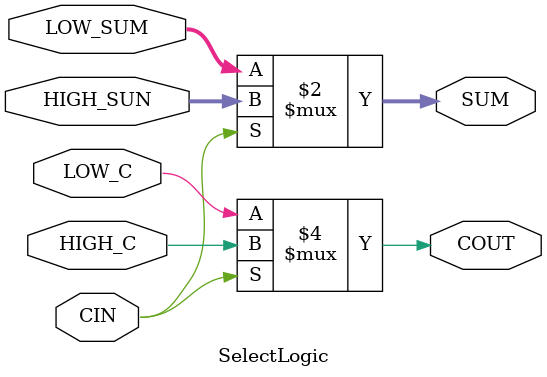
<source format=v>
/*refer to https://allaboutfpga.com/carry-select-adder-vhdl-code/ */
module CSelA #(parameter size = 32) (A, B, CIN, SUM, COUT, OVF);

//inputs
input [size-1:0] A, B;
input CIN;

//outputs
output [size-1:0] SUM;
output COUT, OVF;

//temp data
genvar i;
wire [size-1:0] tempSum_HIGH;
wire [size-1:0] tempSum_LOW;
wire [(size>>2)-1:0] tempCout_HIGH;
wire [(size>>2)-1:0] tempCout_LOW;
wire [(size>>2):0] tempC;
wire dummy1, dummy2;

//important assign
assign tempC[0] = CIN;
assign COUT = tempC[size>>2];
assign OVF = SUM[size-1] ^ A[size-1] & SUM[size-1] ^ B[size-1];

/*creating blocks of ripple adder*/
generate
for (i = 0; i < (size >> 2); i = i + 1)
begin
	RCA #(4) rippleAdder_HIGH(A[((i+1)<<2)-1:i<<2], B[((i+1)<<2)-1:i<<2], 1'b1, tempSum_HIGH[((i+1)<<2)-1:i<<2], tempCout_HIGH[i], dummy1);
	RCA #(4) rippleAdder_LOW (A[((i+1)<<2)-1:i<<2], B[((i+1)<<2)-1:i<<2], 1'b0, tempSum_LOW[((i+1)<<2)-1:i<<2], tempCout_LOW[i], dummy2);
end
endgenerate	

/*creating blocks of select logic*/
generate
for (i = 0; i < (size >> 2); i = i + 1)
	SelectLogic #(4) select(tempSum_HIGH[((i+1)<<2)-1:i<<2], tempSum_LOW[((i+1)<<2)-1:i<<2], tempCout_HIGH[i], tempCout_LOW[i], tempC[i], SUM[((i+1)<<2)-1:i<<2], tempC[i+1]);
endgenerate	


endmodule

module SelectLogic #(parameter size = 4) (HIGH_SUN, LOW_SUM, HIGH_C, LOW_C, CIN, SUM, COUT);

//inputs
input [size-1:0] HIGH_SUN, LOW_SUM;
input CIN, HIGH_C, LOW_C;

//outputs
output [size-1:0] SUM;
output COUT;

//important assigns
assign SUM = (CIN == 1) ? HIGH_SUN : LOW_SUM;
assign COUT = (CIN == 1) ? HIGH_C : LOW_C;

endmodule
</source>
